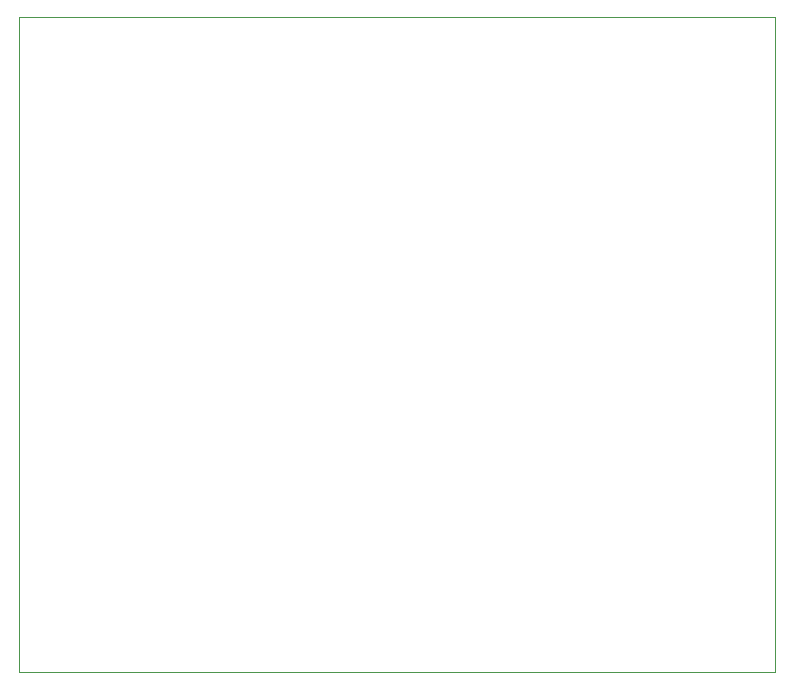
<source format=gbr>
G04 #@! TF.GenerationSoftware,KiCad,Pcbnew,5.1.5-52549c5~84~ubuntu18.04.1*
G04 #@! TF.CreationDate,2020-04-09T18:32:52-04:00*
G04 #@! TF.ProjectId,dacarduino,64616361-7264-4756-996e-6f2e6b696361,rev?*
G04 #@! TF.SameCoordinates,Original*
G04 #@! TF.FileFunction,Profile,NP*
%FSLAX46Y46*%
G04 Gerber Fmt 4.6, Leading zero omitted, Abs format (unit mm)*
G04 Created by KiCad (PCBNEW 5.1.5-52549c5~84~ubuntu18.04.1) date 2020-04-09 18:32:52*
%MOMM*%
%LPD*%
G04 APERTURE LIST*
%ADD10C,0.050000*%
G04 APERTURE END LIST*
D10*
X189000000Y-148500000D02*
X125000000Y-148500000D01*
X125000000Y-148500000D02*
X125000000Y-93000000D01*
X189000000Y-93000000D02*
X189000000Y-148500000D01*
X125000000Y-93000000D02*
X189000000Y-93000000D01*
M02*

</source>
